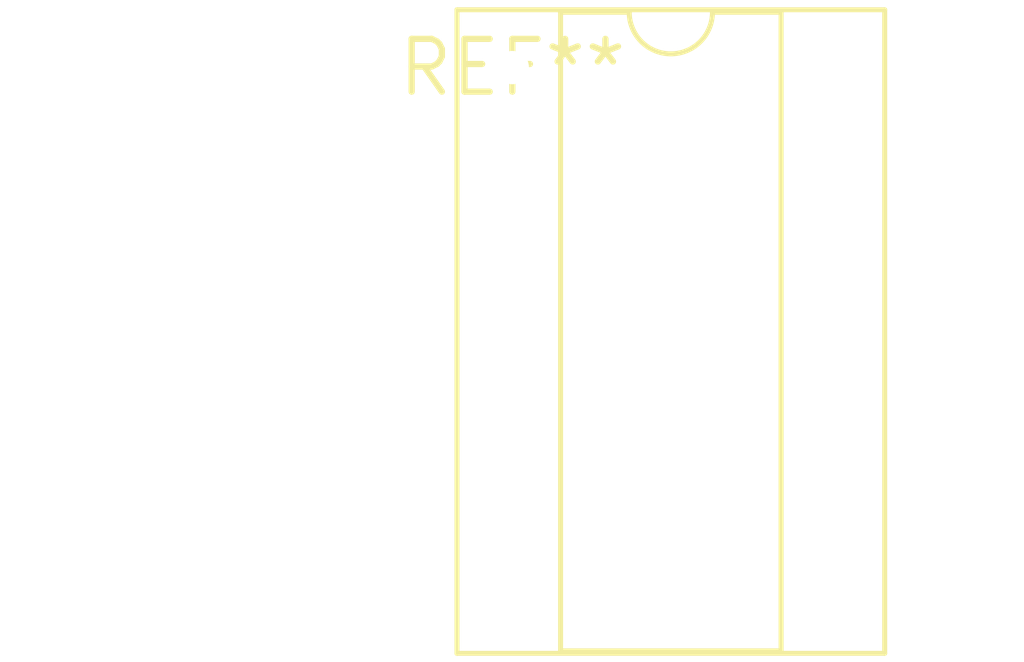
<source format=kicad_pcb>
(kicad_pcb (version 20240108) (generator pcbnew)
  (layers (0 "F.Cu" signal) (31 "B.Cu" signal) (34 "B.Paste" user) (35 "F.Paste" user) (36 "B.SilkS" user "B.Silkscreen") (37 "F.SilkS" user "F.Silkscreen") (38 "B.Mask" user) (39 "F.Mask" user) (44 "Edge.Cuts" user))
  (net 0 "")
  (footprint "DIP-12_W7.62mm_Socket" (layer "F.Cu") (at 0 0)
    (property "Reference" "REF**")
    (property "Value" "DIP-12_W7.62mm_Socket")
    (fp_line (start -1.33 -1.39) (end -1.33 14.09) (layer "F.SilkS") (stroke (width 0.12)))
    (fp_line (start -1.33 14.09) (end 8.95 14.09) (layer "F.SilkS") (stroke (width 0.12)))
    (fp_line (start 1.16 -1.33) (end 1.16 14.03) (layer "F.SilkS") (stroke (width 0.12)))
    (fp_line (start 1.16 14.03) (end 6.46 14.03) (layer "F.SilkS") (stroke (width 0.12)))
    (fp_line (start 2.81 -1.33) (end 1.16 -1.33) (layer "F.SilkS") (stroke (width 0.12)))
    (fp_line (start 6.46 -1.33) (end 4.81 -1.33) (layer "F.SilkS") (stroke (width 0.12)))
    (fp_line (start 6.46 14.03) (end 6.46 -1.33) (layer "F.SilkS") (stroke (width 0.12)))
    (fp_line (start 8.95 -1.39) (end -1.33 -1.39) (layer "F.SilkS") (stroke (width 0.12)))
    (fp_line (start 8.95 14.09) (end 8.95 -1.39) (layer "F.SilkS") (stroke (width 0.12)))
    (fp_arc (start 4.81 -1.33) (mid 3.81 -0.33) (end 2.81 -1.33) (layer "F.SilkS") (stroke (width 0.12)))
    (pad "1" thru_hole rect (at 0 0) (size 1.6 1.6) (drill 0.8) (layers *.Cu *.Mask) (remove_unused_layers))
    (pad "2" thru_hole oval (at 0 2.54) (size 1.6 1.6) (drill 0.8) (layers *.Cu *.Mask) (remove_unused_layers))
    (pad "3" thru_hole oval (at 0 5.08) (size 1.6 1.6) (drill 0.8) (layers *.Cu *.Mask) (remove_unused_layers))
    (pad "4" thru_hole oval (at 0 7.62) (size 1.6 1.6) (drill 0.8) (layers *.Cu *.Mask) (remove_unused_layers))
    (pad "5" thru_hole oval (at 0 10.16) (size 1.6 1.6) (drill 0.8) (layers *.Cu *.Mask) (remove_unused_layers))
    (pad "6" thru_hole oval (at 0 12.7) (size 1.6 1.6) (drill 0.8) (layers *.Cu *.Mask) (remove_unused_layers))
    (pad "7" thru_hole oval (at 7.62 12.7) (size 1.6 1.6) (drill 0.8) (layers *.Cu *.Mask) (remove_unused_layers))
    (pad "8" thru_hole oval (at 7.62 10.16) (size 1.6 1.6) (drill 0.8) (layers *.Cu *.Mask) (remove_unused_layers))
    (pad "9" thru_hole oval (at 7.62 7.62) (size 1.6 1.6) (drill 0.8) (layers *.Cu *.Mask) (remove_unused_layers))
    (pad "10" thru_hole oval (at 7.62 5.08) (size 1.6 1.6) (drill 0.8) (layers *.Cu *.Mask) (remove_unused_layers))
    (pad "11" thru_hole oval (at 7.62 2.54) (size 1.6 1.6) (drill 0.8) (layers *.Cu *.Mask) (remove_unused_layers))
    (pad "12" thru_hole oval (at 7.62 0) (size 1.6 1.6) (drill 0.8) (layers *.Cu *.Mask) (remove_unused_layers))
  )
)
</source>
